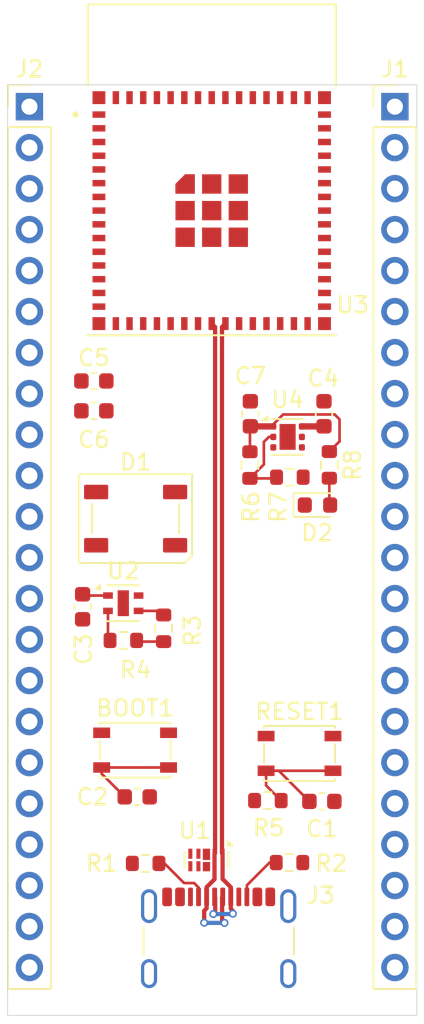
<source format=kicad_pcb>
(kicad_pcb (version 20240108) (generator "pcbnew") (generator_version "8.0")
  (title_block (title "Custom ESP32") (date "2025-02-02") (rev "0.1"))
  (layers (0 "F.Cu" signal) (1 "In1.Cu" signal) (2 "In2.Cu" signal) (31 "B.Cu" signal) (34 "B.Paste" user) (35 "F.Paste" user) (36 "B.SilkS" user "B.Silkscreen") (37 "F.SilkS" user "F.Silkscreen") (38 "B.Mask" user) (39 "F.Mask" user) (44 "Edge.Cuts" user))
  (net 0 "")
  (net 1 "GND")
  (net 2 "ESP32_EN")
  (net 3 "GPIO0")
  (net 4 "3V3")
  (net 5 "5VUSB")
  (net 6 "GPIO48")
  (net 8 "Net-(D2-A)")
  (net 9 "GPIO6")
  (net 10 "GPIO15")
  (net 11 "GPIO12")
  (net 12 "GPIO9")
  (net 13 "GPIO10")
  (net 14 "I2C_SDA")
  (net 15 "GPIO11")
  (net 16 "GPIO5")
  (net 17 "GPIO4")
  (net 18 "GPIO2")
  (net 19 "GPIO13")
  (net 20 "I2C_SCL")
  (net 21 "GPIO7")
  (net 22 "GPIO14")
  (net 23 "GPIO8")
  (net 24 "GPIO3")
  (net 25 "GPIO16")
  (net 26 "GPIO1")
  (net 27 "RXD")
  (net 28 "GPIO21")
  (net 29 "GPIO38")
  (net 30 "GPIO33")
  (net 31 "GPIO45")
  (net 32 "GPIO40")
  (net 33 "GPIO41")
  (net 34 "GPIO47")
  (net 35 "GPIO35")
  (net 38 "GPIO46")
  (net 39 "GPIO37")
  (net 40 "GPIO42")
  (net 41 "TXD")
  (net 42 "GPIO26")
  (net 43 "GPIO34")
  (net 44 "GPIO36")
  (net 45 "GPIO39")
  (net 46 "Net-(J3-CC1)")
  (net 47 "Net-(J3-CC2)")
  (net 48 "D-")
  (net 49 "D+")
  (net 52 "Net-(U4-FB)")
  (footprint "Capacitor_SMD:C_0603_1608Metric" (layer "F.Cu") (at 94.9068 48.4424)
    (property "Reference" "C5" (at 0 -1.43 0) (layer "F.SilkS"))
    (property "Value" "0.1uF" (hide yes))
    (fp_line (start -0.14058 -0.51) (end 0.14058 -0.51) (stroke (width 0.12)) (layer "F.SilkS"))
    (fp_line (start -0.14058 0.51) (end 0.14058 0.51) (stroke (width 0.12)) (layer "F.SilkS"))
    (pad "1" smd roundrect (at -0.775 0) (size 0.9 0.95) (layers "F.Cu" "F.Paste" "F.Mask") (net 4 "3V3"))
    (pad "2" smd roundrect (at 0.775 0) (size 0.9 0.95) (layers "F.Cu" "F.Paste" "F.Mask") (net 1 "GND"))
  )
  (footprint "Resistor_SMD:R_0603_1608Metric" (layer "F.Cu") (at 109.5209 53.6408 -90)
    (property "Reference" "R8" (at 0 -1.43 90) (layer "F.SilkS"))
    (property "Value" "5.1k" (hide yes))
    (fp_line (start -0.237258 0.5225) (end 0.237258 0.5225) (stroke (width 0.12)) (layer "F.SilkS"))
    (fp_line (start -0.237258 -0.5225) (end 0.237258 -0.5225) (stroke (width 0.12)) (layer "F.SilkS"))
    (pad "1" smd roundrect (at -0.825 0 270) (size 0.8 0.95) (layers "F.Cu" "F.Paste" "F.Mask") (net 4 "3V3"))
    (pad "2" smd roundrect (at 0.825 0 270) (size 0.8 0.95) (layers "F.Cu" "F.Paste" "F.Mask") (net 8 "Net-(D2-A)"))
  )
  (footprint "Package_DFN_QFN:AMS_QFN-4-1EP_2x2mm_P0.95mm_EP0.7x1.6mm" (layer "F.Cu") (at 96.7334 62.2122)
    (property "Reference" "U2" (at 0 -2 0) (layer "F.SilkS"))
    (property "Value" "ENS210" (hide yes))
    (fp_line (start -1 1.11) (end 1 1.11) (stroke (width 0.12)) (layer "F.SilkS"))
    (fp_line (start 1 -1.11) (end -1 -1.11) (stroke (width 0.12)) (layer "F.SilkS"))
    (fp_poly (pts (xy -1.44 -0.86) (xy -1.72 -0.86) (xy -1.44 -1.14) (xy -1.44 -0.86)) (stroke (width 0.12)) (fill solid) (layer "F.SilkS"))
    (pad "1" smd rect (at -0.95 -0.475) (size 0.6 0.4) (layers "F.Cu" "F.Paste" "F.Mask") (net 4 "3V3"))
    (pad "2" smd rect (at -0.95 0.475) (size 0.6 0.4) (layers "F.Cu" "F.Paste" "F.Mask") (net 20 "I2C_SCL"))
    (pad "3" smd rect (at 0.95 0.475) (size 0.6 0.4) (layers "F.Cu" "F.Paste" "F.Mask") (net 14 "I2C_SDA"))
    (pad "4" smd rect (at 0.95 -0.475) (size 0.6 0.4) (layers "F.Cu" "F.Paste" "F.Mask") (net 1 "GND"))
    (pad "5" smd rect (at 0 0) (size 0.7 1.6) (layers "F.Cu" "F.Mask") (net 1 "GND"))
  )
  (footprint "Connector_PinHeader_2.54mm:PinHeader_1x22_P2.54mm_Vertical" (layer "F.Cu") (at 113.5888 31.4452)
    (property "Reference" "J1" (at 0 -2.33 0) (layer "F.SilkS"))
    (property "Value" "~")
    (fp_line (start -1.33 -1.33) (end 0 -1.33) (stroke (width 0.12)) (layer "F.SilkS"))
    (fp_line (start -1.33 0) (end -1.33 -1.33) (stroke (width 0.12)) (layer "F.SilkS"))
    (fp_line (start -1.33 1.27) (end -1.33 54.67) (stroke (width 0.12)) (layer "F.SilkS"))
    (fp_line (start -1.33 1.27) (end 1.33 1.27) (stroke (width 0.12)) (layer "F.SilkS"))
    (fp_line (start -1.33 54.67) (end 1.33 54.67) (stroke (width 0.12)) (layer "F.SilkS"))
    (fp_line (start 1.33 1.27) (end 1.33 54.67) (stroke (width 0.12)) (layer "F.SilkS"))
    (pad "1" thru_hole rect (at 0 0) (size 1.7 1.7) (drill 1) (layers "*.Cu" "*.Mask") (net 4 "3V3"))
    (pad "2" thru_hole oval (at 0 2.54) (size 1.7 1.7) (drill 1) (layers "*.Cu" "*.Mask") (net 3 "GPIO0"))
    (pad "3" thru_hole oval (at 0 5.08) (size 1.7 1.7) (drill 1) (layers "*.Cu" "*.Mask") (net 26 "GPIO1"))
    (pad "4" thru_hole oval (at 0 7.62) (size 1.7 1.7) (drill 1) (layers "*.Cu" "*.Mask") (net 18 "GPIO2"))
    (pad "5" thru_hole oval (at 0 10.16) (size 1.7 1.7) (drill 1) (layers "*.Cu" "*.Mask") (net 24 "GPIO3"))
    (pad "6" thru_hole oval (at 0 12.7) (size 1.7 1.7) (drill 1) (layers "*.Cu" "*.Mask") (net 17 "GPIO4"))
    (pad "7" thru_hole oval (at 0 15.24) (size 1.7 1.7) (drill 1) (layers "*.Cu" "*.Mask") (net 16 "GPIO5"))
    (pad "8" thru_hole oval (at 0 17.78) (size 1.7 1.7) (drill 1) (layers "*.Cu" "*.Mask") (net 9 "GPIO6"))
    (pad "9" thru_hole oval (at 0 20.32) (size 1.7 1.7) (drill 1) (layers "*.Cu" "*.Mask") (net 21 "GPIO7"))
    (pad "10" thru_hole oval (at 0 22.86) (size 1.7 1.7) (drill 1) (layers "*.Cu" "*.Mask") (net 23 "GPIO8"))
    (pad "11" thru_hole oval (at 0 25.4) (size 1.7 1.7) (drill 1) (layers "*.Cu" "*.Mask") (net 12 "GPIO9"))
    (pad "12" thru_hole oval (at 0 27.94) (size 1.7 1.7) (drill 1) (layers "*.Cu" "*.Mask") (net 13 "GPIO10"))
    (pad "13" thru_hole oval (at 0 30.48) (size 1.7 1.7) (drill 1) (layers "*.Cu" "*.Mask") (net 15 "GPIO11"))
    (pad "14" thru_hole oval (at 0 33.02) (size 1.7 1.7) (drill 1) (layers "*.Cu" "*.Mask") (net 11 "GPIO12"))
    (pad "15" thru_hole oval (at 0 35.56) (size 1.7 1.7) (drill 1) (layers "*.Cu" "*.Mask") (net 19 "GPIO13"))
    (pad "16" thru_hole oval (at 0 38.1) (size 1.7 1.7) (drill 1) (layers "*.Cu" "*.Mask") (net 22 "GPIO14"))
    (pad "17" thru_hole oval (at 0 40.64) (size 1.7 1.7) (drill 1) (layers "*.Cu" "*.Mask") (net 10 "GPIO15"))
    (pad "18" thru_hole oval (at 0 43.18) (size 1.7 1.7) (drill 1) (layers "*.Cu" "*.Mask") (net 25 "GPIO16"))
    (pad "19" thru_hole oval (at 0 45.72) (size 1.7 1.7) (drill 1) (layers "*.Cu" "*.Mask") (net 20 "I2C_SCL"))
    (pad "20" thru_hole oval (at 0 48.26) (size 1.7 1.7) (drill 1) (layers "*.Cu" "*.Mask") (net 14 "I2C_SDA"))
    (pad "21" thru_hole oval (at 0 50.8) (size 1.7 1.7) (drill 1) (layers "*.Cu" "*.Mask") (net 5 "5VUSB"))
    (pad "22" thru_hole oval (at 0 53.34) (size 1.7 1.7) (drill 1) (layers "*.Cu" "*.Mask") (net 1 "GND"))
  )
  (footprint "Capacitor_SMD:C_0603_1608Metric" (layer "F.Cu") (at 109.0583 74.4904)
    (property "Reference" "C1" (at 0 1.7014 0) (layer "F.SilkS"))
    (property "Value" "0.1uF" (hide yes))
    (fp_line (start -0.14058 -0.51) (end 0.14058 -0.51) (stroke (width 0.12)) (layer "F.SilkS"))
    (fp_line (start -0.14058 0.51) (end 0.14058 0.51) (stroke (width 0.12)) (layer "F.SilkS"))
    (pad "1" smd roundrect (at -0.775 0) (size 0.9 0.95) (layers "F.Cu" "F.Paste" "F.Mask") (net 2 "ESP32_EN"))
    (pad "2" smd roundrect (at 0.775 0) (size 0.9 0.95) (layers "F.Cu" "F.Paste" "F.Mask") (net 1 "GND"))
  )
  (footprint "ESP32_S3_MINI_1_N8:XCVR_ESP32-S3-MINI-1-N8" (layer "F.Cu") (at 102.2214 37.8864)
    (property "Reference" "U3" (at 8.7512 5.8524 0) (layer "F.SilkS"))
    (property "Value" "ESP32-S3-MINI-1-N8" (hide yes))
    (fp_line (start -7.7 -12.775) (end 7.7 -12.775) (stroke (width 0.127)) (layer "F.SilkS"))
    (fp_line (start -7.7 -7.725) (end -7.7 -12.775) (stroke (width 0.127)) (layer "F.SilkS"))
    (fp_line (start 7.7 -12.775) (end 7.7 -7.725) (stroke (width 0.127)) (layer "F.SilkS"))
    (fp_line (start 7.7 7.725) (end -7.7 7.725) (stroke (width 0.127)) (layer "F.SilkS"))
    (fp_circle (center -8.45 -5.95) (end -8.35 -5.95) (stroke (width 0.2)) (fill none) (layer "F.SilkS"))
    (pad "1" smd rect (at -7 -5.95) (size 0.8 0.4) (layers "F.Cu" "F.Paste" "F.Mask") (net 1 "GND"))
    (pad "2" smd rect (at -7 -5.1) (size 0.8 0.4) (layers "F.Cu" "F.Paste" "F.Mask") (net 1 "GND"))
    (pad "3" smd rect (at -7 -4.25) (size 0.8 0.4) (layers "F.Cu" "F.Paste" "F.Mask") (net 4 "3V3"))
    (pad "4" smd rect (at -7 -3.4) (size 0.8 0.4) (layers "F.Cu" "F.Paste" "F.Mask") (net 3 "GPIO0"))
    (pad "5" smd rect (at -7 -2.55) (size 0.8 0.4) (layers "F.Cu" "F.Paste" "F.Mask") (net 26 "GPIO1"))
    (pad "6" smd rect (at -7 -1.7) (size 0.8 0.4) (layers "F.Cu" "F.Paste" "F.Mask") (net 18 "GPIO2"))
    (pad "7" smd rect (at -7 -0.85) (size 0.8 0.4) (layers "F.Cu" "F.Paste" "F.Mask") (net 24 "GPIO3"))
    (pad "8" smd rect (at -7 0) (size 0.8 0.4) (layers "F.Cu" "F.Paste" "F.Mask") (net 17 "GPIO4"))
    (pad "9" smd rect (at -7 0.85) (size 0.8 0.4) (layers "F.Cu" "F.Paste" "F.Mask") (net 16 "GPIO5"))
    (pad "10" smd rect (at -7 1.7) (size 0.8 0.4) (layers "F.Cu" "F.Paste" "F.Mask") (net 9 "GPIO6"))
    (pad "11" smd rect (at -7 2.55) (size 0.8 0.4) (layers "F.Cu" "F.Paste" "F.Mask") (net 21 "GPIO7"))
    (pad "12" smd rect (at -7 3.4) (size 0.8 0.4) (layers "F.Cu" "F.Paste" "F.Mask") (net 23 "GPIO8"))
    (pad "13" smd rect (at -7 4.25) (size 0.8 0.4) (layers "F.Cu" "F.Paste" "F.Mask") (net 12 "GPIO9"))
    (pad "14" smd rect (at -7 5.1) (size 0.8 0.4) (layers "F.Cu" "F.Paste" "F.Mask") (net 13 "GPIO10"))
    (pad "15" smd rect (at -7 5.95) (size 0.8 0.4) (layers "F.Cu" "F.Paste" "F.Mask") (net 15 "GPIO11"))
    (pad "16" smd rect (at -5.95 7) (size 0.4 0.8) (layers "F.Cu" "F.Paste" "F.Mask") (net 11 "GPIO12"))
    (pad "17" smd rect (at -5.1 7) (size 0.4 0.8) (layers "F.Cu" "F.Paste" "F.Mask") (net 19 "GPIO13"))
    (pad "18" smd rect (at -4.25 7) (size 0.4 0.8) (layers "F.Cu" "F.Paste" "F.Mask") (net 22 "GPIO14"))
    (pad "19" smd rect (at -3.4 7) (size 0.4 0.8) (layers "F.Cu" "F.Paste" "F.Mask") (net 10 "GPIO15"))
    (pad "20" smd rect (at -2.55 7) (size 0.4 0.8) (layers "F.Cu" "F.Paste" "F.Mask") (net 25 "GPIO16"))
    (pad "21" smd rect (at -1.7 7) (size 0.4 0.8) (layers "F.Cu" "F.Paste" "F.Mask") (net 20 "I2C_SCL"))
    (pad "22" smd rect (at -0.85 7) (size 0.4 0.8) (layers "F.Cu" "F.Paste" "F.Mask") (net 14 "I2C_SDA"))
    (pad "23" smd rect (at 0 7) (size 0.4 0.8) (layers "F.Cu" "F.Paste" "F.Mask") (net 48 "D-"))
    (pad "24" smd rect (at 0.85 7) (size 0.4 0.8) (layers "F.Cu" "F.Paste" "F.Mask") (net 49 "D+"))
    (pad "25" smd rect (at 1.7 7) (size 0.4 0.8) (layers "F.Cu" "F.Paste" "F.Mask") (net 28 "GPIO21"))
    (pad "26" smd rect (at 2.55 7) (size 0.4 0.8) (layers "F.Cu" "F.Paste" "F.Mask") (net 42 "GPIO26"))
    (pad "27" smd rect (at 3.4 7) (size 0.4 0.8) (layers "F.Cu" "F.Paste" "F.Mask") (net 34 "GPIO47"))
    (pad "28" smd rect (at 4.25 7) (size 0.4 0.8) (layers "F.Cu" "F.Paste" "F.Mask") (net 30 "GPIO33"))
    (pad "29" smd rect (at 5.1 7) (size 0.4 0.8) (layers "F.Cu" "F.Paste" "F.Mask") (net 43 "GPIO34"))
    (pad "30" smd rect (at 5.95 7) (size 0.4 0.8) (layers "F.Cu" "F.Paste" "F.Mask") (net 6 "GPIO48"))
    (pad "31" smd rect (at 7 5.95) (size 0.8 0.4) (layers "F.Cu" "F.Paste" "F.Mask") (net 35 "GPIO35"))
    (pad "32" smd rect (at 7 5.1) (size 0.8 0.4) (layers "F.Cu" "F.Paste" "F.Mask") (net 44 "GPIO36"))
    (pad "33" smd rect (at 7 4.25) (size 0.8 0.4) (layers "F.Cu" "F.Paste" "F.Mask") (net 39 "GPIO37"))
    (pad "34" smd rect (at 7 3.4) (size 0.8 0.4) (layers "F.Cu" "F.Paste" "F.Mask") (net 29 "GPIO38"))
    (pad "35" smd rect (at 7 2.55) (size 0.8 0.4) (layers "F.Cu" "F.Paste" "F.Mask") (net 45 "GPIO39"))
    (pad "36" smd rect (at 7 1.7) (size 0.8 0.4) (layers "F.Cu" "F.Paste" "F.Mask") (net 32 "GPIO40"))
    (pad "37" smd rect (at 7 0.85) (size 0.8 0.4) (layers "F.Cu" "F.Paste" "F.Mask") (net 33 "GPIO41"))
    (pad "38" smd rect (at 7 0) (size 0.8 0.4) (layers "F.Cu" "F.Paste" "F.Mask") (net 40 "GPIO42"))
    (pad "39" smd rect (at 7 -0.85) (size 0.8 0.4) (layers "F.Cu" "F.Paste" "F.Mask") (net 41 "TXD"))
    (pad "40" smd rect (at 7 -1.7) (size 0.8 0.4) (layers "F.Cu" "F.Paste" "F.Mask") (net 27 "RXD"))
    (pad "41" smd rect (at 7 -2.55) (size 0.8 0.4) (layers "F.Cu" "F.Paste" "F.Mask") (net 31 "GPIO45"))
    (pad "42" smd rect (at 7 -3.4) (size 0.8 0.4) (layers "F.Cu" "F.Paste" "F.Mask") (net 1 "GND"))
    (pad "43" smd rect (at 7 -4.25) (size 0.8 0.4) (layers "F.Cu" "F.Paste" "F.Mask") (net 1 "GND"))
    (pad "44" smd rect (at 7 -5.1) (size 0.8 0.4) (layers "F.Cu" "F.Paste" "F.Mask") (net 38 "GPIO46"))
    (pad "45" smd rect (at 7 -5.95) (size 0.8 0.4) (layers "F.Cu" "F.Paste" "F.Mask") (net 2 "ESP32_EN"))
    (pad "46" smd rect (at 5.95 -7) (size 0.4 0.8) (layers "F.Cu" "F.Paste" "F.Mask") (net 1 "GND"))
    (pad "47" smd rect (at 5.1 -7) (size 0.4 0.8) (layers "F.Cu" "F.Paste" "F.Mask") (net 1 "GND"))
    (pad "48" smd rect (at 4.25 -7) (size 0.4 0.8) (layers "F.Cu" "F.Paste" "F.Mask") (net 1 "GND"))
    (pad "49" smd rect (at 3.4 -7) (size 0.4 0.8) (layers "F.Cu" "F.Paste" "F.Mask") (net 1 "GND"))
    (pad "50" smd rect (at 2.55 -7) (size 0.4 0.8) (layers "F.Cu" "F.Paste" "F.Mask") (net 1 "GND"))
    (pad "51" smd rect (at 1.7 -7) (size 0.4 0.8) (layers "F.Cu" "F.Paste" "F.Mask") (net 1 "GND"))
    (pad "52" smd rect (at 0.85 -7) (size 0.4 0.8) (layers "F.Cu" "F.Paste" "F.Mask") (net 1 "GND"))
    (pad "53" smd rect (at 0 -7) (size 0.4 0.8) (layers "F.Cu" "F.Paste" "F.Mask") (net 1 "GND"))
    (pad "54" smd rect (at -0.85 -7) (size 0.4 0.8) (layers "F.Cu" "F.Paste" "F.Mask") (net 1 "GND"))
    (pad "55" smd rect (at -1.7 -7) (size 0.4 0.8) (layers "F.Cu" "F.Paste" "F.Mask") (net 1 "GND"))
    (pad "56" smd rect (at -2.55 -7) (size 0.4 0.8) (layers "F.Cu" "F.Paste" "F.Mask") (net 1 "GND"))
    (pad "57" smd rect (at -3.4 -7) (size 0.4 0.8) (layers "F.Cu" "F.Paste" "F.Mask") (net 1 "GND"))
    (pad "58" smd rect (at -4.25 -7) (size 0.4 0.8) (layers "F.Cu" "F.Paste" "F.Mask") (net 1 "GND"))
    (pad "59" smd rect (at -5.1 -7) (size 0.4 0.8) (layers "F.Cu" "F.Paste" "F.Mask") (net 1 "GND"))
    (pad "60" smd rect (at -5.95 -7) (size 0.4 0.8) (layers "F.Cu" "F.Paste" "F.Mask") (net 1 "GND"))
    (pad "61" smd rect (at 0 0) (size 1.2 1.2) (layers "F.Cu" "F.Paste" "F.Mask") (net 1 "GND"))
    (pad "61_1" smd custom (at -1.65 -1.65) (size 0.4 0.4) (layers "F.Cu") (net 1 "GND") (options (clearance outline) (anchor rect)) (primitives (gr_poly (pts (xy -0.6 0.6) (xy 0.6 0.6) (xy 0.6 -0.6) (xy 0 -0.6) (xy -0.6 0)) (width 0.01) (fill yes))))
    (pad "61_2" smd rect (at 0 -1.65) (size 1.2 1.2) (layers "F.Cu" "F.Paste" "F.Mask") (net 1 "GND"))
    (pad "61_3" smd rect (at 1.65 -1.65) (size 1.2 1.2) (layers "F.Cu" "F.Paste" "F.Mask") (net 1 "GND"))
    (pad "61_4" smd rect (at 1.65 0) (size 1.2 1.2) (layers "F.Cu" "F.Paste" "F.Mask") (net 1 "GND"))
    (pad "61_5" smd rect (at 1.65 1.65) (size 1.2 1.2) (layers "F.Cu" "F.Paste" "F.Mask") (net 1 "GND"))
    (pad "61_6" smd rect (at 0 1.65) (size 1.2 1.2) (layers "F.Cu" "F.Paste" "F.Mask") (net 1 "GND"))
    (pad "61_7" smd rect (at -1.65 1.65) (size 1.2 1.2) (layers "F.Cu" "F.Paste" "F.Mask") (net 1 "GND"))
    (pad "61_8" smd rect (at -1.65 0) (size 1.2 1.2) (layers "F.Cu" "F.Paste" "F.Mask") (net 1 "GND"))
    (pad "62" smd rect (at -7 -7) (size 0.8 0.8) (layers "F.Cu" "F.Paste" "F.Mask") (net 1 "GND"))
    (pad "63" smd rect (at -7 7) (size 0.8 0.8) (layers "F.Cu" "F.Paste" "F.Mask") (net 1 "GND"))
    (pad "64" smd rect (at 7 7) (size 0.8 0.8) (layers "F.Cu" "F.Paste" "F.Mask") (net 1 "GND"))
    (pad "65" smd rect (at 7 -7) (size 0.8 0.8) (layers "F.Cu" "F.Paste" "F.Mask") (net 1 "GND"))
  )
  (footprint "Capacitor_SMD:C_0603_1608Metric" (layer "F.Cu") (at 94.2086 62.4332 -90)
    (property "Reference" "C3" (at 2.6286 -0.0508 90) (layer "F.SilkS"))
    (property "Value" "0.1uF" (hide yes))
    (fp_line (start -0.14058 0.51) (end 0.14058 0.51) (stroke (width 0.12)) (layer "F.SilkS"))
    (fp_line (start -0.14058 -0.51) (end 0.14058 -0.51) (stroke (width 0.12)) (layer "F.SilkS"))
    (pad "1" smd roundrect (at -0.775 0 270) (size 0.9 0.95) (layers "F.Cu" "F.Paste" "F.Mask") (net 4 "3V3"))
    (pad "2" smd roundrect (at 0.775 0 270) (size 0.9 0.95) (layers "F.Cu" "F.Paste" "F.Mask") (net 1 "GND"))
  )
  (footprint "LED_SMD:LED_WS2812B_PLCC4_5.0x5.0mm_P3.2mm" (layer "F.Cu") (at 97.499 56.9712)
    (property "Reference" "D1" (at 0 -3.5 0) (layer "F.SilkS"))
    (property "Value" "WS2812B" (hide yes))
    (fp_line (start -3.5 -2.75) (end -3.5 2.75) (stroke (width 0.12)) (layer "F.SilkS"))
    (fp_line (start -3.5 -2.75) (end 3.5 -2.75) (stroke (width 0.12)) (layer "F.SilkS"))
    (fp_line (start -3.5 2.75) (end 3.05 2.75) (stroke (width 0.12)) (layer "F.SilkS"))
    (fp_line (start -2.7 0.9) (end -2.7 -0.9) (stroke (width 0.12)) (layer "F.SilkS"))
    (fp_line (start 2.7 0.9) (end 2.7 -0.9) (stroke (width 0.12)) (layer "F.SilkS"))
    (fp_line (start 3.05 2.75) (end 3.5 2.3) (stroke (width 0.12)) (layer "F.SilkS"))
    (fp_line (start 3.5 2.3) (end 3.5 -2.75) (stroke (width 0.12)) (layer "F.SilkS"))
    (pad "1" smd roundrect (at -2.45 -1.65) (size 1.5 0.9) (layers "F.Cu" "F.Paste" "F.Mask") (roundrect_rratio 0.1) (net 4 "3V3"))
    (pad "2" smd roundrect (at -2.45 1.65) (size 1.5 0.9) (layers "F.Cu" "F.Paste" "F.Mask") (roundrect_rratio 0.1))
    (pad "3" smd roundrect (at 2.45 1.65) (size 1.5 0.9) (layers "F.Cu" "F.Paste" "F.Mask") (roundrect_rratio 0.1) (net 1 "GND"))
    (pad "4" smd roundrect (at 2.45 -1.65) (size 1.5 0.9) (layers "F.Cu" "F.Paste" "F.Mask") (roundrect_rratio 0.1) (net 6 "GPIO48"))
  )
  (footprint "Connector_PinHeader_2.54mm:PinHeader_1x22_P2.54mm_Vertical" (layer "F.Cu") (at 90.9066 31.4452)
    (property "Reference" "J2" (at 0 -2.33 0) (layer "F.SilkS"))
    (property "Value" "~")
    (fp_line (start -1.33 -1.33) (end 0 -1.33) (stroke (width 0.12)) (layer "F.SilkS"))
    (fp_line (start -1.33 0) (end -1.33 -1.33) (stroke (width 0.12)) (layer "F.SilkS"))
    (fp_line (start -1.33 1.27) (end -1.33 54.67) (stroke (width 0.12)) (layer "F.SilkS"))
    (fp_line (start -1.33 1.27) (end 1.33 1.27) (stroke (width 0.12)) (layer "F.SilkS"))
    (fp_line (start -1.33 54.67) (end 1.33 54.67) (stroke (width 0.12)) (layer "F.SilkS"))
    (fp_line (start 1.33 1.27) (end 1.33 54.67) (stroke (width 0.12)) (layer "F.SilkS"))
    (pad "1" thru_hole rect (at 0 0) (size 1.7 1.7) (drill 1) (layers "*.Cu" "*.Mask") (net 1 "GND"))
    (pad "2" thru_hole oval (at 0 2.54) (size 1.7 1.7) (drill 1) (layers "*.Cu" "*.Mask") (net 2 "ESP32_EN"))
    (pad "3" thru_hole oval (at 0 5.08) (size 1.7 1.7) (drill 1) (layers "*.Cu" "*.Mask") (net 38 "GPIO46"))
    (pad "4" thru_hole oval (at 0 7.62) (size 1.7 1.7) (drill 1) (layers "*.Cu" "*.Mask") (net 31 "GPIO45"))
    (pad "5" thru_hole oval (at 0 10.16) (size 1.7 1.7) (drill 1) (layers "*.Cu" "*.Mask") (net 27 "RXD"))
    (pad "6" thru_hole oval (at 0 12.7) (size 1.7 1.7) (drill 1) (layers "*.Cu" "*.Mask") (net 41 "TXD"))
    (pad "7" thru_hole oval (at 0 15.24) (size 1.7 1.7) (drill 1) (layers "*.Cu" "*.Mask") (net 40 "GPIO42"))
    (pad "8" thru_hole oval (at 0 17.78) (size 1.7 1.7) (drill 1) (layers "*.Cu" "*.Mask") (net 33 "GPIO41"))
    (pad "9" thru_hole oval (at 0 20.32) (size 1.7 1.7) (drill 1) (layers "*.Cu" "*.Mask") (net 32 "GPIO40"))
    (pad "10" thru_hole oval (at 0 22.86) (size 1.7 1.7) (drill 1) (layers "*.Cu" "*.Mask") (net 45 "GPIO39"))
    (pad "11" thru_hole oval (at 0 25.4) (size 1.7 1.7) (drill 1) (layers "*.Cu" "*.Mask") (net 29 "GPIO38"))
    (pad "12" thru_hole oval (at 0 27.94) (size 1.7 1.7) (drill 1) (layers "*.Cu" "*.Mask") (net 39 "GPIO37"))
    (pad "13" thru_hole oval (at 0 30.48) (size 1.7 1.7) (drill 1) (layers "*.Cu" "*.Mask") (net 44 "GPIO36"))
    (pad "14" thru_hole oval (at 0 33.02) (size 1.7 1.7) (drill 1) (layers "*.Cu" "*.Mask") (net 35 "GPIO35"))
    (pad "15" thru_hole oval (at 0 35.56) (size 1.7 1.7) (drill 1) (layers "*.Cu" "*.Mask") (net 43 "GPIO34"))
    (pad "16" thru_hole oval (at 0 38.1) (size 1.7 1.7) (drill 1) (layers "*.Cu" "*.Mask") (net 30 "GPIO33"))
    (pad "17" thru_hole oval (at 0 40.64) (size 1.7 1.7) (drill 1) (layers "*.Cu" "*.Mask") (net 42 "GPIO26"))
    (pad "18" thru_hole oval (at 0 43.18) (size 1.7 1.7) (drill 1) (layers "*.Cu" "*.Mask") (net 28 "GPIO21"))
    (pad "19" thru_hole oval (at 0 45.72) (size 1.7 1.7) (drill 1) (layers "*.Cu" "*.Mask"))
    (pad "20" thru_hole oval (at 0 48.26) (size 1.7 1.7) (drill 1) (layers "*.Cu" "*.Mask"))
    (pad "21" thru_hole oval (at 0 50.8) (size 1.7 1.7) (drill 1) (layers "*.Cu" "*.Mask") (net 6 "GPIO48"))
    (pad "22" thru_hole oval (at 0 53.34) (size 1.7 1.7) (drill 1) (layers "*.Cu" "*.Mask") (net 34 "GPIO47"))
  )
  (footprint "Package_SON:WSON-6-1EP_2x2mm_P0.65mm_EP1x1.6mm" (layer "F.Cu") (at 106.9301 51.9072)
    (property "Reference" "U4" (at 0 -2.3094 0) (layer "F.SilkS"))
    (property "Value" "TLV75801PDRV" (hide yes))
    (fp_line (start -1 -1.11) (end 1 -1.11) (stroke (width 0.12)) (layer "F.SilkS"))
    (fp_line (start -1 1.11) (end 1 1.11) (stroke (width 0.12)) (layer "F.SilkS"))
    (fp_poly (pts (xy -1.24 -1.01) (xy -1.52 -1.01) (xy -1.24 -1.29) (xy -1.24 -1.01)) (stroke (width 0.12)) (fill solid) (layer "F.SilkS"))
    (pad "1" smd roundrect (at -0.8875 -0.65) (size 0.375 0.4) (layers "F.Cu" "F.Paste" "F.Mask") (net 4 "3V3"))
    (pad "2" smd roundrect (at -0.8875 0) (size 0.375 0.4) (layers "F.Cu" "F.Paste" "F.Mask") (net 52 "Net-(U4-FB)"))
    (pad "3" smd roundrect (at -0.8875 0.65) (size 0.375 0.4) (layers "F.Cu" "F.Paste" "F.Mask") (net 1 "GND"))
    (pad "4" smd roundrect (at 0.8875 0.65) (size 0.375 0.4) (layers "F.Cu" "F.Paste" "F.Mask") (net 5 "5VUSB"))
    (pad "5" smd roundrect (at 0.8875 0) (size 0.375 0.4) (layers "F.Cu" "F.Paste" "F.Mask"))
    (pad "6" smd roundrect (at 0.8875 -0.65) (size 0.375 0.4) (layers "F.Cu" "F.Paste" "F.Mask") (net 5 "5VUSB"))
    (pad "7" smd rect (at 0 0) (size 1 1.6) (property pad_prop_heatsink) (layers "F.Cu" "F.Mask") (net 1 "GND"))
  )
  (footprint "Capacitor_SMD:C_0603_1608Metric" (layer "F.Cu") (at 97.5977 74.211)
    (property "Reference" "C2" (at -2.781 0 360) (layer "F.SilkS"))
    (property "Value" "0.1uF" (hide yes))
    (fp_line (start -0.14058 -0.51) (end 0.14058 -0.51) (stroke (width 0.12)) (layer "F.SilkS"))
    (fp_line (start -0.14058 0.51) (end 0.14058 0.51) (stroke (width 0.12)) (layer "F.SilkS"))
    (pad "1" smd roundrect (at -0.775 0) (size 0.9 0.95) (layers "F.Cu" "F.Paste" "F.Mask") (net 3 "GPIO0"))
    (pad "2" smd roundrect (at 0.775 0) (size 0.9 0.95) (layers "F.Cu" "F.Paste" "F.Mask") (net 1 "GND"))
  )
  (footprint "Capacitor_SMD:C_0603_1608Metric" (layer "F.Cu") (at 109.1892 50.4744 90)
    (property "Reference" "C4" (at 2.1974 -0.0508 180) (layer "F.SilkS"))
    (property "Value" "10uF" (hide yes))
    (fp_line (start -0.14058 -0.51) (end 0.14058 -0.51) (stroke (width 0.12)) (layer "F.SilkS"))
    (fp_line (start -0.14058 0.51) (end 0.14058 0.51) (stroke (width 0.12)) (layer "F.SilkS"))
    (pad "1" smd roundrect (at -0.775 0 90) (size 0.9 0.95) (layers "F.Cu" "F.Paste" "F.Mask") (net 5 "5VUSB"))
    (pad "2" smd roundrect (at 0.775 0 90) (size 0.9 0.95) (layers "F.Cu" "F.Paste" "F.Mask") (net 1 "GND"))
  )
  (footprint "Capacitor_SMD:C_0603_1608Metric" (layer "F.Cu") (at 94.9068 50.292)
    (property "Reference" "C6" (at 0 1.778 0) (layer "F.SilkS"))
    (property "Value" "10uF" (hide yes))
    (fp_line (start -0.14058 -0.51) (end 0.14058 -0.51) (stroke (width 0.12)) (layer "F.SilkS"))
    (fp_line (start -0.14058 0.51) (end 0.14058 0.51) (stroke (width 0.12)) (layer "F.SilkS"))
    (pad "1" smd roundrect (at -0.775 0) (size 0.9 0.95) (layers "F.Cu" "F.Paste" "F.Mask") (net 4 "3V3"))
    (pad "2" smd roundrect (at 0.775 0) (size 0.9 0.95) (layers "F.Cu" "F.Paste" "F.Mask") (net 1 "GND"))
  )
  (footprint "Button_Switch_SMD:SW_SPST_PTS810" (layer "F.Cu") (at 97.4676 71.315)
    (property "Reference" "BOOT1" (at 0 -2.6 0) (layer "F.SilkS"))
    (property "Value" "~")
    (fp_line (start -2.2 -1.7) (end -2.2 -1.58) (stroke (width 0.12)) (layer "F.SilkS"))
    (fp_line (start -2.2 -0.57) (end -2.2 0.57) (stroke (width 0.12)) (layer "F.SilkS"))
    (fp_line (start -2.2 1.58) (end -2.2 1.7) (stroke (width 0.12)) (layer "F.SilkS"))
    (fp_line (start -2.2 1.7) (end 2.2 1.7) (stroke (width 0.12)) (layer "F.SilkS"))
    (fp_line (start 2.2 -1.7) (end -2.2 -1.7) (stroke (width 0.12)) (layer "F.SilkS"))
    (fp_line (start 2.2 -1.58) (end 2.2 -1.7) (stroke (width 0.12)) (layer "F.SilkS"))
    (fp_line (start 2.2 0.57) (end 2.2 -0.57) (stroke (width 0.12)) (layer "F.SilkS"))
    (fp_line (start 2.2 1.7) (end 2.2 1.58) (stroke (width 0.12)) (layer "F.SilkS"))
    (pad "1" smd rect (at -2.075 -1.075) (size 1.05 0.65) (layers "F.Cu" "F.Paste" "F.Mask") (net 1 "GND"))
    (pad "2" smd rect (at 2.075 -1.075) (size 1.05 0.65) (layers "F.Cu" "F.Paste" "F.Mask") (net 1 "GND"))
    (pad "3" smd rect (at -2.075 1.075) (size 1.05 0.65) (layers "F.Cu" "F.Paste" "F.Mask") (net 3 "GPIO0"))
    (pad "4" smd rect (at 2.075 1.075) (size 1.05 0.65) (layers "F.Cu" "F.Paste" "F.Mask") (net 3 "GPIO0"))
  )
  (footprint "Package_DFN_QFN:Diodes_UDFN-10_1.0x2.5mm_P0.5mm" (layer "F.Cu") (at 101.89525 78.1218 -90)
    (property "Reference" "U1" (at -1.8202 0.72705 180) (layer "F.SilkS"))
    (property "Value" "ESD7104MUTAG" (hide yes))
    (fp_line (start 0.5 1.36) (end -0.5 1.36) (stroke (width 0.12)) (layer "F.SilkS"))
    (fp_line (start 0.5 -1.36) (end -0.5 -1.36) (stroke (width 0.12)) (layer "F.SilkS"))
    (fp_poly (pts (xy -0.89 -1.31) (xy -1.17 -1.31) (xy -0.89 -1.59) (xy -0.89 -1.31)) (stroke (width 0.12)) (fill solid) (layer "F.SilkS"))
    (pad "1" smd rect (at -0.3875 -1 180) (size 0.25 0.625) (layers "F.Cu" "F.Paste" "F.Mask") (net 49 "D+"))
    (pad "2" smd rect (at -0.3875 -0.5 180) (size 0.25 0.625) (layers "F.Cu" "F.Paste" "F.Mask") (net 48 "D-"))
    (pad "3" smd rect (at -0.35 0 180) (size 0.45 0.7) (layers "F.Cu" "F.Paste" "F.Mask") (net 1 "GND"))
    (pad "4" smd rect (at -0.3875 0.5 180) (size 0.25 0.625) (layers "F.Cu" "F.Paste" "F.Mask") (net 5 "5VUSB"))
    (pad "5" smd rect (at -0.3875 1 180) (size 0.25 0.625) (layers "F.Cu" "F.Paste" "F.Mask"))
    (pad "6" smd rect (at 0.3875 1 180) (size 0.25 0.625) (layers "F.Cu" "F.Paste" "F.Mask"))
    (pad "7" smd rect (at 0.3875 0.5 180) (size 0.25 0.625) (layers "F.Cu" "F.Paste" "F.Mask") (net 5 "5VUSB"))
    (pad "8" smd rect (at 0.4125 0 180) (size 0.45 0.575) (layers "F.Cu" "F.Paste" "F.Mask") (net 1 "GND"))
    (pad "9" smd rect (at 0.3875 -0.5 180) (size 0.25 0.625) (layers "F.Cu" "F.Paste" "F.Mask") (net 48 "D-"))
    (pad "10" smd rect (at 0.3875 -1 180) (size 0.25 0.625) (layers "F.Cu" "F.Paste" "F.Mask") (net 49 "D+"))
  )
  (footprint "Resistor_SMD:R_0603_1608Metric" (layer "F.Cu") (at 104.5933 53.653 90)
    (property "Reference" "R6" (at -2.5996 0.0747 -90) (layer "F.SilkS"))
    (property "Value" "1M" (hide yes))
    (fp_line (start -0.237258 -0.5225) (end 0.237258 -0.5225) (stroke (width 0.12)) (layer "F.SilkS"))
    (fp_line (start -0.237258 0.5225) (end 0.237258 0.5225) (stroke (width 0.12)) (layer "F.SilkS"))
    (pad "1" smd roundrect (at -0.825 0 90) (size 0.8 0.95) (layers "F.Cu" "F.Paste" "F.Mask") (net 52 "Net-(U4-FB)"))
    (pad "2" smd roundrect (at 0.825 0 90) (size 0.8 0.95) (layers "F.Cu" "F.Paste" "F.Mask") (net 4 "3V3"))
  )
  (footprint "Resistor_SMD:R_0603_1608Metric" (layer "F.Cu") (at 107.0488 78.2828)
    (property "Reference" "R2" (at 2.5908 0.0508 0) (layer "F.SilkS"))
    (property "Value" "5.1k" (hide yes))
    (fp_line (start -0.237258 -0.5225) (end 0.237258 -0.5225) (stroke (width 0.12)) (layer "F.SilkS"))
    (fp_line (start -0.237258 0.5225) (end 0.237258 0.5225) (stroke (width 0.12)) (layer "F.SilkS"))
    (pad "1" smd roundrect (at -0.825 0) (size 0.8 0.95) (layers "F.Cu" "F.Paste" "F.Mask") (net 47 "Net-(J3-CC2)"))
    (pad "2" smd roundrect (at 0.825 0) (size 0.8 0.95) (layers "F.Cu" "F.Paste" "F.Mask") (net 1 "GND"))
  )
  (footprint "Resistor_SMD:R_0603_1608Metric" (layer "F.Cu") (at 99.2378 63.7662 -90)
    (property "Reference" "R3" (at 0.1524 -1.778 90) (layer "F.SilkS"))
    (property "Value" "10k" (hide yes))
    (fp_line (start -0.237258 0.5225) (end 0.237258 0.5225) (stroke (width 0.12)) (layer "F.SilkS"))
    (fp_line (start -0.237258 -0.5225) (end 0.237258 -0.5225) (stroke (width 0.12)) (layer "F.SilkS"))
    (pad "1" smd roundrect (at -0.825 0 270) (size 0.8 0.95) (layers "F.Cu" "F.Paste" "F.Mask") (net 14 "I2C_SDA"))
    (pad "2" smd roundrect (at 0.825 0 270) (size 0.8 0.95) (layers "F.Cu" "F.Paste" "F.Mask") (net 4 "3V3"))
  )
  (footprint "Resistor_SMD:R_0603_1608Metric" (layer "F.Cu") (at 96.7364 64.516)
    (property "Reference" "R4" (at 0.7498 1.8288 360) (layer "F.SilkS"))
    (property "Value" "10k" (hide yes))
    (fp_line (start -0.237258 -0.5225) (end 0.237258 -0.5225) (stroke (width 0.12)) (layer "F.SilkS"))
    (fp_line (start -0.237258 0.5225) (end 0.237258 0.5225) (stroke (width 0.12)) (layer "F.SilkS"))
    (pad "1" smd roundrect (at -0.825 0) (size 0.8 0.95) (layers "F.Cu" "F.Paste" "F.Mask") (net 20 "I2C_SCL"))
    (pad "2" smd roundrect (at 0.825 0) (size 0.8 0.95) (layers "F.Cu" "F.Paste" "F.Mask") (net 4 "3V3"))
  )
  (footprint "Capacitor_SMD:C_0603_1608Metric" (layer "F.Cu") (at 104.6172 50.4744 90)
    (property "Reference" "C7" (at 2.3498 0 180) (layer "F.SilkS"))
    (property "Value" "10uF" (hide yes))
    (fp_line (start -0.14058 -0.51) (end 0.14058 -0.51) (stroke (width 0.12)) (layer "F.SilkS"))
    (fp_line (start -0.14058 0.51) (end 0.14058 0.51) (stroke (width 0.12)) (layer "F.SilkS"))
    (pad "1" smd roundrect (at -0.775 0 90) (size 0.9 0.95) (layers "F.Cu" "F.Paste" "F.Mask") (net 4 "3V3"))
    (pad "2" smd roundrect (at 0.775 0 90) (size 0.9 0.95) (layers "F.Cu" "F.Paste" "F.Mask") (net 1 "GND"))
  )
  (footprint "Resistor_SMD:R_0603_1608Metric" (layer "F.Cu") (at 105.7055 74.4396 180)
    (property "Reference" "R5" (at -0.0508 -1.7014 360) (layer "F.SilkS"))
    (property "Value" "10k" (hide yes))
    (fp_line (start -0.237258 0.5225) (end 0.237258 0.5225) (stroke (width 0.12)) (layer "F.SilkS"))
    (fp_line (start -0.237258 -0.5225) (end 0.237258 -0.5225) (stroke (width 0.12)) (layer "F.SilkS"))
    (pad "1" smd roundrect (at -0.825 0 180) (size 0.8 0.95) (layers "F.Cu" "F.Paste" "F.Mask") (net 2 "ESP32_EN"))
    (pad "2" smd roundrect (at 0.825 0 180) (size 0.8 0.95) (layers "F.Cu" "F.Paste" "F.Mask") (net 4 "3V3"))
  )
  (footprint "LED_SMD:LED_0603_1608Metric" (layer "F.Cu") (at 108.7844 56.13)
    (property "Reference" "D2" (at -0.0255 1.7272 360) (layer "F.SilkS"))
    (property "Value" "LED" (hide yes))
    (fp_line (start -1.485 -0.735) (end -1.485 0.735) (stroke (width 0.12)) (layer "F.SilkS"))
    (fp_line (start -1.485 0.735) (end 0.8 0.735) (stroke (width 0.12)) (layer "F.SilkS"))
    (fp_line (start 0.8 -0.735) (end -1.485 -0.735) (stroke (width 0.12)) (layer "F.SilkS"))
    (pad "1" smd roundrect (at -0.7875 0) (size 0.875 0.95) (layers "F.Cu" "F.Paste" "F.Mask") (net 1 "GND"))
    (pad "2" smd roundrect (at 0.7875 0) (size 0.875 0.95) (layers "F.Cu" "F.Paste" "F.Mask") (net 8 "Net-(D2-A)"))
  )
  (footprint "Button_Switch_SMD:SW_SPST_PTS810" (layer "F.Cu") (at 107.6706 71.5182)
    (property "Reference" "RESET1" (at 0 -2.6 0) (layer "F.SilkS"))
    (property "Value" "~")
    (fp_line (start -2.2 -1.7) (end -2.2 -1.58) (stroke (width 0.12)) (layer "F.SilkS"))
    (fp_line (start -2.2 -0.57) (end -2.2 0.57) (stroke (width 0.12)) (layer "F.SilkS"))
    (fp_line (start -2.2 1.58) (end -2.2 1.7) (stroke (width 0.12)) (layer "F.SilkS"))
    (fp_line (start -2.2 1.7) (end 2.2 1.7) (stroke (width 0.12)) (layer "F.SilkS"))
    (fp_line (start 2.2 -1.7) (end -2.2 -1.7) (stroke (width 0.12)) (layer "F.SilkS"))
    (fp_line (start 2.2 -1.58) (end 2.2 -1.7) (stroke (width 0.12)) (layer "F.SilkS"))
    (fp_line (start 2.2 0.57) (end 2.2 -0.57) (stroke (width 0.12)) (layer "F.SilkS"))
    (fp_line (start 2.2 1.7) (end 2.2 1.58) (stroke (width 0.12)) (layer "F.SilkS"))
    (pad "1" smd rect (at -2.075 -1.075) (size 1.05 0.65) (layers "F.Cu" "F.Paste" "F.Mask") (net 1 "GND"))
    (pad "2" smd rect (at 2.075 -1.075) (size 1.05 0.65) (layers "F.Cu" "F.Paste" "F.Mask") (net 1 "GND"))
    (pad "3" smd rect (at -2.075 1.075) (size 1.05 0.65) (layers "F.Cu" "F.Paste" "F.Mask") (net 2 "ESP32_EN"))
    (pad "4" smd rect (at 2.075 1.075) (size 1.05 0.65) (layers "F.Cu" "F.Paste" "F.Mask") (net 2 "ESP32_EN"))
  )
  (footprint "Resistor_SMD:R_0603_1608Metric" (layer "F.Cu") (at 98.1202 78.3336 180)
    (property "Reference" "R1" (at 2.731 0 360) (layer "F.SilkS"))
    (property "Value" "5.1k" (hide yes))
    (fp_line (start -0.237258 0.5225) (end 0.237258 0.5225) (stroke (width 0.12)) (layer "F.SilkS"))
    (fp_line (start -0.237258 -0.5225) (end 0.237258 -0.5225) (stroke (width 0.12)) (layer "F.SilkS"))
    (pad "1" smd roundrect (at -0.825 0 180) (size 0.8 0.95) (layers "F.Cu" "F.Paste" "F.Mask") (net 46 "Net-(J3-CC1)"))
    (pad "2" smd roundrect (at 0.825 0 180) (size 0.8 0.95) (layers "F.Cu" "F.Paste" "F.Mask") (net 1 "GND"))
  )
  (footprint "Connector_USB:USB_C_Receptacle_GCT_USB4105-xx-A_16P_TopMnt_Horizontal" (layer "F.Cu") (at 102.65325 84.0878)
    (property "Reference" "J3" (at 6.33815 -3.773 0) (layer "F.SilkS"))
    (property "Value" "USB_C_Receptacle_USB2.0_16P" (hide yes))
    (fp_line (start -4.67 -0.1) (end -4.67 -1.8) (stroke (width 0.12)) (layer "F.SilkS"))
    (fp_line (start 4.67 -0.1) (end 4.67 -1.8) (stroke (width 0.12)) (layer "F.SilkS"))
    (pad "" np_thru_hole circle (at -2.89 -2.605) (size 0.65 0.65) (drill 0.65) (layers "F&B.Cu" "*.Mask"))
    (pad "" np_thru_hole circle (at 2.89 -2.605) (size 0.65 0.65) (drill 0.65) (layers "F&B.Cu" "*.Mask"))
    (pad "A1" smd roundrect (at -3.2 -3.68) (size 0.6 1.15) (layers "F.Cu" "F.Paste" "F.Mask") (net 1 "GND"))
    (pad "A4" smd roundrect (at -2.4 -3.68) (size 0.6 1.15) (layers "F.Cu" "F.Paste" "F.Mask") (net 5 "5VUSB"))
    (pad "A5" smd roundrect (at -1.25 -3.68) (size 0.3 1.15) (layers "F.Cu" "F.Paste" "F.Mask") (net 46 "Net-(J3-CC1)"))
    (pad "A6" smd roundrect (at -0.25 -3.68) (size 0.3 1.15) (layers "F.Cu" "F.Paste" "F.Mask") (net 49 "D+"))
    (pad "A7" smd roundrect (at 0.25 -3.68) (size 0.3 1.15) (layers "F.Cu" "F.Paste" "F.Mask") (net 48 "D-"))
    (pad "A8" smd roundrect (at 1.25 -3.68) (size 0.3 1.15) (layers "F.Cu" "F.Paste" "F.Mask"))
    (pad "A9" smd roundrect (at 2.4 -3.68) (size 0.6 1.15) (layers "F.Cu" "F.Paste" "F.Mask") (net 5 "5VUSB"))
    (pad "A12" smd roundrect (at 3.2 -3.68) (size 0.6 1.15) (layers "F.Cu" "F.Paste" "F.Mask") (net 1 "GND"))
    (pad "B1" smd roundrect (at 3.2 -3.68) (size 0.6 1.15) (layers "F.Cu" "F.Paste" "F.Mask") (net 1 "GND"))
    (pad "B4" smd roundrect (at 2.4 -3.68) (size 0.6 1.15) (layers "F.Cu" "F.Paste" "F.Mask") (net 5 "5VUSB"))
    (pad "B5" smd roundrect (at 1.75 -3.68) (size 0.3 1.15) (layers "F.Cu" "F.Paste" "F.Mask") (net 47 "Net-(J3-CC2)"))
    (pad "B6" smd roundrect (at 0.75 -3.68) (size 0.3 1.15) (layers "F.Cu" "F.Paste" "F.Mask") (net 49 "D+"))
    (pad "B7" smd roundrect (at -0.75 -3.68) (size 0.3 1.15) (layers "F.Cu" "F.Paste" "F.Mask") (net 48 "D-"))
    (pad "B8" smd roundrect (at -1.75 -3.68) (size 0.3 1.15) (layers "F.Cu" "F.Paste" "F.Mask"))
    (pad "B9" smd roundrect (at -2.4 -3.68) (size 0.6 1.15) (layers "F.Cu" "F.Paste" "F.Mask") (net 5 "5VUSB"))
    (pad "B12" smd roundrect (at -3.2 -3.68) (size 0.6 1.15) (layers "F.Cu" "F.Paste" "F.Mask") (net 1 "GND"))
    (pad "S1" thru_hole oval (at -4.32 -3.105) (size 1 2.1) (drill oval 0.6 1.7) (layers "*.Cu" "*.Mask" "F.Paste") (net 1 "GND"))
    (pad "S1" thru_hole oval (at -4.32 1.075) (size 1 1.8) (drill oval 0.6 1.4) (layers "*.Cu" "*.Mask" "F.Paste") (net 1 "GND"))
    (pad "S1" thru_hole oval (at 4.32 -3.105) (size 1 2.1) (drill oval 0.6 1.7) (layers "*.Cu" "*.Mask" "F.Paste") (net 1 "GND"))
    (pad "S1" thru_hole oval (at 4.32 1.075) (size 1 1.8) (drill oval 0.6 1.4) (layers "*.Cu" "*.Mask" "F.Paste") (net 1 "GND"))
  )
  (footprint "Resistor_SMD:R_0603_1608Metric" (layer "F.Cu") (at 107.0703 54.4028 180)
    (property "Reference" "R7" (at 0.7259 -1.8498 90) (layer "F.SilkS"))
    (property "Value" "200k" (hide yes))
    (fp_line (start -0.237258 0.5225) (end 0.237258 0.5225) (stroke (width 0.12)) (layer "F.SilkS"))
    (fp_line (start -0.237258 -0.5225) (end 0.237258 -0.5225) (stroke (width 0.12)) (layer "F.SilkS"))
    (pad "1" smd roundrect (at -0.825 0 180) (size 0.8 0.95) (layers "F.Cu" "F.Paste" "F.Mask") (net 1 "GND"))
    (pad "2" smd roundrect (at 0.825 0 180) (size 0.8 0.95) (layers "F.Cu" "F.Paste" "F.Mask") (net 52 "Net-(U4-FB)"))
  )
  (gr_rect (start 89.55365 30.0936) (end 114.95365 87.7536) (stroke (width 0.05)) (fill none) (layer "Edge.Cuts"))
  (segment (start 105.5956 72.5932) (end 105.5956 73.5047) (width 0.1651) (layer "F.Cu") (net 2))
  (segment (start 109.7456 72.5932) (end 105.5956 72.5932) (width 0.1651) (layer "F.Cu") (net 2))
  (segment (start 106.3861 72.5932) (end 108.2833 74.4904) (width 0.1651) (layer "F.Cu") (net 2))
  (segment (start 105.5956 72.5932) (end 106.3861 72.5932) (width 0.1651) (layer "F.Cu") (net 2))
  (segment (start 105.5956 73.5047) (end 106.5305 74.4396) (width 0.1651) (layer "F.Cu") (net 2))
  (segment (start 99.5426 72.39) (end 95.3926 72.39) (width 0.1651) (layer "F.Cu") (net 3))
  (segment (start 95.3926 72.7809) (end 96.8227 74.211) (width 0.1651) (layer "F.Cu") (net 3))
  (segment (start 95.3926 72.39) (end 95.3926 72.7809) (width 0.1651) (layer "F.Cu") (net 3))
  (segment (start 106.0426 51.2572) (end 104.625 51.2572) (width 0.39116) (layer "F.Cu") (net 4))
  (segment (start 94.2876 61.7372) (end 94.2086 61.6582) (width 0.1651) (layer "F.Cu") (net 4))
  (segment (start 95.7834 61.7372) (end 94.2876 61.7372) (width 0.1651) (layer "F.Cu") (net 4))
  (segment (start 106.0426 51.1264) (end 106.0426 51.2572) (width 0.1651) (layer "F.Cu") (net 4))
  (segment (start 109.85425 50.51685) (end 106.65215 50.51685) (width 0.1651) (layer "F.Cu") (net 4))
  (segment (start 97.6366 64.5912) (end 97.5614 64.516) (width 0.1651) (layer "F.Cu") (net 4))
  (segment (start 106.65215 50.51685) (end 106.0426 51.1264) (width 0.1651) (layer "F.Cu") (net 4))
  (segment (start 99.2378 64.5912) (end 97.6366 64.5912) (width 0.1651) (layer "F.Cu") (net 4))
  (segment (start 110.1544 50.817) (end 109.85425 50.51685) (width 0.1651) (layer "F.Cu") (net 4))
  (segment (start 104.625 51.2572) (end 104.6172 51.2494) (width 0.39116) (layer "F.Cu") (net 4))
  (segment (start 104.5933 52.828) (end 104.5933 51.2733) (width 0.1651) (layer "F.Cu") (net 4))
  (segment (start 110.1544 52.1823) (end 110.1544 50.817) (width 0.1651) (layer "F.Cu") (net 4))
  (segment (start 109.5209 52.8158) (end 110.1544 52.1823) (width 0.1651) (layer "F.Cu") (net 4))
  (segment (start 104.5933 51.2733) (end 104.6172 51.2494) (width 0.1651) (layer "F.Cu") (net 4))
  (segment (start 109.1814 51.2572) (end 109.1892 51.2494) (width 0.39116) (layer "F.Cu") (net 5))
  (segment (start 107.8176 51.2572) (end 109.1814 51.2572) (width 0.39116) (layer "F.Cu") (net 5))
  (segment (start 109.5209 56.079) (end 109.5719 56.13) (width 0.1651) (layer "F.Cu") (net 8))
  (segment (start 109.5209 54.4658) (end 109.5209 56.079) (width 0.1651) (layer "F.Cu") (net 8))
  (segment (start 98.9838 62.6872) (end 99.2378 62.9412) (width 0.1651) (layer "F.Cu") (net 14))
  (segment (start 97.6834 62.6872) (end 98.9838 62.6872) (width 0.1651) (layer "F.Cu") (net 14))
  (segment (start 95.7834 62.6872) (end 95.7834 64.4652) (width 0.1651) (layer "F.Cu") (net 20))
  (segment (start 95.7834 64.4652) (end 95.8342 64.516) (width 0.1651) (layer "F.Cu") (net 20))
  (segment (start 98.9452 78.3336) (end 99.2886 78.3336) (width 0.1651) (layer "F.Cu") (net 46))
  (segment (start 99.2886 78.3336) (end 100.50525 79.55025) (width 0.1651) (layer "F.Cu") (net 46))
  (segment (start 101.40325 79.825068) (end 101.40325 80.4078) (width 0.1651) (layer "F.Cu") (net 46))
  (segment (start 101.128432 79.55025) (end 101.40325 79.825068) (width 0.1651) (layer "F.Cu") (net 46))
  (segment (start 100.50525 79.55025) (end 101.128432 79.55025) (width 0.1651) (layer "F.Cu") (net 46))
  (segment (start 106.2238 78.2828) (end 105.810618 78.2828) (width 0.1651) (layer "F.Cu") (net 47))
  (segment (start 104.40325 79.690168) (end 104.40325 80.4078) (width 0.1651) (layer "F.Cu") (net 47))
  (segment (start 105.810618 78.2828) (end 104.40325 79.690168) (width 0.1651) (layer "F.Cu") (net 47))
  (segment (start 101.90325 79.80534) (end 101.90325 80.4078) (width 0.262799) (layer "F.Cu") (net 48))
  (segment (start 102.39525 78.5093) (end 102.39525 79.31334) (width 0.262799) (layer "F.Cu") (net 48))
  (segment (start 102.4313 77.69825) (end 102.4313 45.996475) (width 0.262799) (layer "F.Cu") (net 48))
  (segment (start 102.39525 77.7343) (end 102.4313 77.69825) (width 0.262799) (layer "F.Cu") (net 48))
  (segment (start 102.39525 79.31334) (end 101.90325 79.80534) (width 0.262799) (layer "F.Cu") (net 48))
  (segment (start 102.39525 77.7343) (end 102.39525 78.5093) (width 0.262799) (layer "F.Cu") (net 48))
  (segment (start 102.43245 45.995325) (end 102.43245 45.09745) (width 0.262799) (layer "F.Cu") (net 48))
  (segment (start 101.7539 82.008) (end 101.7539 81.26835) (width 0.262799) (layer "F.Cu") (net 48))
  (segment (start 101.7539 81.26835) (end 101.90325 81.119) (width 0.262799) (layer "F.Cu") (net 48))
  (segment (start 101.90325 81.119) (end 101.90325 80.4078) (width 0.262799) (layer "F.Cu") (net 48))
  (segment (start 102.4313 45.996475) (end 102.43245 45.995325) (width 0.262799) (layer "F.Cu") (net 48))
  (segment (start 103.012542 82.018196) (end 102.8672 81.872854) (width 0.262799) (layer "F.Cu") (net 48))
  (segment (start 102.8672 81.872854) (end 102.8672 80.44385) (width 0.262799) (layer "F.Cu") (net 48))
  (segment (start 102.43245 45.09745) (end 102.2214 44.8864) (width 0.262799) (layer "F.Cu") (net 48))
  (segment (start 102.8672 80.44385) (end 102.90325 80.4078) (width 0.262799) (layer "F.Cu") (net 48))
  (via (at 103.012542 82.018196) (size 0.5) (drill 0.3) (layers "F.Cu" "B.Cu") (net 48))
  (via (at 101.7539 82.008) (size 0.5) (drill 0.3) (layers "F.Cu" "B.Cu") (net 48))
  (segment (start 103.012542 82.018196) (end 101.764096 82.018196) (width 0.262799) (layer "B.Cu") (net 48))
  (segment (start 101.764096 82.018196) (end 101.7539 82.008) (width 0.262799) (layer "B.Cu") (net 48))
  (segment (start 102.4393 80.44385) (end 102.40325 80.4078) (width 0.262799) (layer "F.Cu") (net 49))
  (segment (start 103.40325 81.14275) (end 103.40325 80.4078) (width 0.262799) (layer "F.Cu") (net 49))
  (segment (start 102.320702 81.471697) (end 102.4393 81.353099) (width 0.262799) (layer "F.Cu") (net 49))
  (segment (start 102.4393 81.353099) (end 102.4393 80.44385) (width 0.262799) (layer "F.Cu") (net 49))
  (segment (start 103.40325 79.80534) (end 103.40325 80.4078) (width 0.262799) (layer "F.Cu") (net 49))
  (segment (start 102.89525 77.7343) (end 102.89525 78.5093) (width 0.262799) (layer "F.Cu") (net 49))
  (segment (start 103.5319 81.4492) (end 103.5319 81.2714) (width 0.262799) (layer "F.Cu") (net 49))
  (segment (start 102.89525 79.29734) (end 103.40325 79.80534) (width 0.262799) (layer "F.Cu") (net 49))
  (segment (start 102.8592 77.69825) (end 102.8592 46.160223) (width 0.262799) (layer "F.Cu") (net 49))
  (segment (start 103.5319 81.2714) (end 103.40325 81.14275) (width 0.262799) (layer "F.Cu") (net 49))
  (segment (start 102.86035 45.09745) (end 103.0714 44.8864) (width 0.262799) (layer "F.Cu") (net 49))
  (segment (start 102.89525 77.7343) (end 102.8592 77.69825) (width 0.262799) (layer "F.Cu") (net 49))
  (segment (start 102.89525 78.5093) (end 102.89525 79.29734) (width 0.262799) (layer "F.Cu") (net 49))
  (segment (start 102.8592 46.160223) (end 102.86035 46.159073) (width 0.262799) (layer "F.Cu") (net 49))
  (segment (start 102.86035 46.159073) (end 102.86035 45.09745) (width 0.262799) (layer "F.Cu") (net 49))
  (via (at 102.320702 81.471697) (size 0.5) (drill 0.3) (layers "F.Cu" "B.Cu") (net 49))
  (via (at 103.5319 81.4492) (size 0.5) (drill 0.3) (layers "F.Cu" "B.Cu") (net 49))
  (segment (start 103.509403 81.471697) (end 102.320702 81.471697) (width 0.262799) (layer "B.Cu") (net 49))
  (segment (start 103.5319 81.4492) (end 103.509403 81.471697) (width 0.262799) (layer "B.Cu") (net 49))
  (segment (start 106.1701 54.478) (end 106.2453 54.4028) (width 0.1651) (layer "F.Cu") (net 52))
  (segment (start 105.7681 51.9072) (end 105.4569 52.2184) (width 0.1651) (layer "F.Cu") (net 52))
  (segment (start 105.4569 53.6144) (end 104.5933 54.478) (width 0.1651) (layer "F.Cu") (net 52))
  (segment (start 105.4569 52.2184) (end 105.4569 53.6144) (width 0.1651) (layer "F.Cu") (net 52))
  (segment (start 104.5933 54.478) (end 106.1701 54.478) (width 0.1651) (layer "F.Cu") (net 52))
  (segment (start 106.0426 51.9072) (end 105.7681 51.9072) (width 0.1651) (layer "F.Cu") (net 52))
)
</source>
